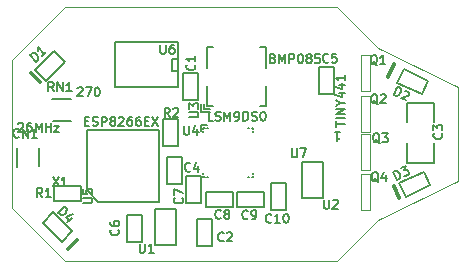
<source format=gto>
G04 (created by PCBNEW (2013-jul-07)-stable) date Fri 06 Feb 2015 01:54:20 AM EST*
%MOIN*%
G04 Gerber Fmt 3.4, Leading zero omitted, Abs format*
%FSLAX34Y34*%
G01*
G70*
G90*
G04 APERTURE LIST*
%ADD10C,0.00590551*%
%ADD11C,0.00393701*%
%ADD12C,0.011811*%
%ADD13C,0.0075*%
%ADD14C,0.0047*%
%ADD15C,0.005*%
%ADD16C,0.006*%
G04 APERTURE END LIST*
G54D10*
G54D11*
X55118Y-14960D02*
X46062Y-14960D01*
X55118Y-23425D02*
X46062Y-23425D01*
X46062Y-23425D02*
X44291Y-21653D01*
X44291Y-16732D02*
X46062Y-14960D01*
G54D12*
X46162Y-23038D02*
X46481Y-22719D01*
X45247Y-17471D02*
X44929Y-17153D01*
X57030Y-16872D02*
X56840Y-17279D01*
X57024Y-20925D02*
X57214Y-21332D01*
G54D13*
X55054Y-19117D02*
X55225Y-19117D01*
X55140Y-19117D02*
X55140Y-19417D01*
X55168Y-19374D01*
X55197Y-19346D01*
X55225Y-19331D01*
G54D11*
X59153Y-20767D02*
X56496Y-22047D01*
X59153Y-17618D02*
X59153Y-20767D01*
X56496Y-16338D02*
X59153Y-17618D01*
X44291Y-16732D02*
X44291Y-21653D01*
X55118Y-14960D02*
X56496Y-16338D01*
X55118Y-23425D02*
X56496Y-22047D01*
G54D10*
X52331Y-20515D02*
X52331Y-20475D01*
X52213Y-20633D02*
X52174Y-20633D01*
X50796Y-20633D02*
X50835Y-20633D01*
X50678Y-20515D02*
X50678Y-20475D01*
X50678Y-19097D02*
X50678Y-19137D01*
X50796Y-18979D02*
X50835Y-18979D01*
X52213Y-18979D02*
X52174Y-18979D01*
X52331Y-19097D02*
X52331Y-19137D01*
X50796Y-18900D02*
X50599Y-18900D01*
X50599Y-18900D02*
X50599Y-19097D01*
X50717Y-20633D02*
X50678Y-20633D01*
X50678Y-20633D02*
X50678Y-20593D01*
X52331Y-20593D02*
X52331Y-20633D01*
X52331Y-20633D02*
X52292Y-20633D01*
X52292Y-18979D02*
X52331Y-18979D01*
X52331Y-18979D02*
X52331Y-19018D01*
X50678Y-19018D02*
X50678Y-18979D01*
X50678Y-18979D02*
X50717Y-18979D01*
G54D14*
X55930Y-19120D02*
X55930Y-17920D01*
X55930Y-17920D02*
X56230Y-17920D01*
X56230Y-17920D02*
X56230Y-19120D01*
X56230Y-19120D02*
X55930Y-19120D01*
X55934Y-17768D02*
X55934Y-16568D01*
X55934Y-16568D02*
X56234Y-16568D01*
X56234Y-16568D02*
X56234Y-17768D01*
X56234Y-17768D02*
X55934Y-17768D01*
X55920Y-20400D02*
X55920Y-19200D01*
X55920Y-19200D02*
X56220Y-19200D01*
X56220Y-19200D02*
X56220Y-20400D01*
X56220Y-20400D02*
X55920Y-20400D01*
X55920Y-21720D02*
X55920Y-20520D01*
X55920Y-20520D02*
X56220Y-20520D01*
X56220Y-20520D02*
X56220Y-21720D01*
X56220Y-21720D02*
X55920Y-21720D01*
G54D15*
X53949Y-20116D02*
X54649Y-20116D01*
X54649Y-20116D02*
X54649Y-21316D01*
X54649Y-21316D02*
X53949Y-21316D01*
X53949Y-21316D02*
X53949Y-20116D01*
X49065Y-21693D02*
X49765Y-21693D01*
X49765Y-21693D02*
X49765Y-22893D01*
X49765Y-22893D02*
X49065Y-22893D01*
X49065Y-22893D02*
X49065Y-21693D01*
X49840Y-16177D02*
X49840Y-16127D01*
X49840Y-16127D02*
X47740Y-16127D01*
X47740Y-17627D02*
X49840Y-17627D01*
X49840Y-17627D02*
X49840Y-16177D01*
X49840Y-17077D02*
X49640Y-17077D01*
X49640Y-17077D02*
X49640Y-16677D01*
X49640Y-16677D02*
X49840Y-16677D01*
X47740Y-17627D02*
X47740Y-16127D01*
X57470Y-20150D02*
X58370Y-20150D01*
X58370Y-20150D02*
X58370Y-19500D01*
X57470Y-18800D02*
X57470Y-18150D01*
X57470Y-18150D02*
X58370Y-18150D01*
X58370Y-18150D02*
X58370Y-18800D01*
X57470Y-19500D02*
X57470Y-20150D01*
X51661Y-21621D02*
X50761Y-21621D01*
X50761Y-21621D02*
X50761Y-21121D01*
X50761Y-21121D02*
X51661Y-21121D01*
X51661Y-21121D02*
X51661Y-21621D01*
X53441Y-20814D02*
X53441Y-21714D01*
X53441Y-21714D02*
X52941Y-21714D01*
X52941Y-21714D02*
X52941Y-20814D01*
X52941Y-20814D02*
X53441Y-20814D01*
X50100Y-21500D02*
X50100Y-20600D01*
X50100Y-20600D02*
X50600Y-20600D01*
X50600Y-20600D02*
X50600Y-21500D01*
X50600Y-21500D02*
X50100Y-21500D01*
X50012Y-18050D02*
X50012Y-17150D01*
X50012Y-17150D02*
X50512Y-17150D01*
X50512Y-17150D02*
X50512Y-18050D01*
X50512Y-18050D02*
X50012Y-18050D01*
X55018Y-16959D02*
X55018Y-17859D01*
X55018Y-17859D02*
X54518Y-17859D01*
X54518Y-17859D02*
X54518Y-16959D01*
X54518Y-16959D02*
X55018Y-16959D01*
X52709Y-21610D02*
X51809Y-21610D01*
X51809Y-21610D02*
X51809Y-21110D01*
X51809Y-21110D02*
X52709Y-21110D01*
X52709Y-21110D02*
X52709Y-21610D01*
X49457Y-20868D02*
X49457Y-19968D01*
X49457Y-19968D02*
X49957Y-19968D01*
X49957Y-19968D02*
X49957Y-20868D01*
X49957Y-20868D02*
X49457Y-20868D01*
X50456Y-22919D02*
X50456Y-22019D01*
X50456Y-22019D02*
X50956Y-22019D01*
X50956Y-22019D02*
X50956Y-22919D01*
X50956Y-22919D02*
X50456Y-22919D01*
G54D16*
X46784Y-21069D02*
X46784Y-19419D01*
X46784Y-19419D02*
X46784Y-19044D01*
X46784Y-19044D02*
X49184Y-19044D01*
X49184Y-19044D02*
X49184Y-21444D01*
X49184Y-21444D02*
X47159Y-21444D01*
X47159Y-21444D02*
X46784Y-21069D01*
G54D10*
X44468Y-19649D02*
X44468Y-20278D01*
X45201Y-20271D02*
X45201Y-19641D01*
X50698Y-18175D02*
X50698Y-18372D01*
X50698Y-18372D02*
X50895Y-18372D01*
X50895Y-18471D02*
X50600Y-18471D01*
X50600Y-18471D02*
X50600Y-18175D01*
X50994Y-16305D02*
X50797Y-16305D01*
X50797Y-16305D02*
X50797Y-16994D01*
X52765Y-16994D02*
X52765Y-16305D01*
X52765Y-16305D02*
X52569Y-16305D01*
X52569Y-18274D02*
X52765Y-18274D01*
X52765Y-18274D02*
X52765Y-17585D01*
X50797Y-18274D02*
X50994Y-18274D01*
X50797Y-18274D02*
X50797Y-17585D01*
G54D15*
X48630Y-21880D02*
X48630Y-22780D01*
X48630Y-22780D02*
X48130Y-22780D01*
X48130Y-22780D02*
X48130Y-21880D01*
X48130Y-21880D02*
X48630Y-21880D01*
X46054Y-16779D02*
X45417Y-17416D01*
X45417Y-17416D02*
X45064Y-17062D01*
X45064Y-17062D02*
X45700Y-16426D01*
X45700Y-16426D02*
X46054Y-16779D01*
X57962Y-17866D02*
X57146Y-17486D01*
X57146Y-17486D02*
X57357Y-17033D01*
X57357Y-17033D02*
X58173Y-17413D01*
X58173Y-17413D02*
X57962Y-17866D01*
X58233Y-20906D02*
X57417Y-21286D01*
X57417Y-21286D02*
X57206Y-20833D01*
X57206Y-20833D02*
X58022Y-20453D01*
X58022Y-20453D02*
X58233Y-20906D01*
X45673Y-21792D02*
X46309Y-22428D01*
X46309Y-22428D02*
X45956Y-22782D01*
X45956Y-22782D02*
X45319Y-22145D01*
X45319Y-22145D02*
X45673Y-21792D01*
X45702Y-20916D02*
X46602Y-20916D01*
X46602Y-20916D02*
X46602Y-21416D01*
X46602Y-21416D02*
X45702Y-21416D01*
X45702Y-21416D02*
X45702Y-20916D01*
X49337Y-19595D02*
X49337Y-18695D01*
X49337Y-18695D02*
X49837Y-18695D01*
X49837Y-18695D02*
X49837Y-19595D01*
X49837Y-19595D02*
X49337Y-19595D01*
G54D10*
X45649Y-18771D02*
X46279Y-18771D01*
X46271Y-18039D02*
X45641Y-18039D01*
G54D16*
X50032Y-18908D02*
X50032Y-19151D01*
X50047Y-19180D01*
X50061Y-19194D01*
X50089Y-19208D01*
X50147Y-19208D01*
X50175Y-19194D01*
X50189Y-19180D01*
X50204Y-19151D01*
X50204Y-18908D01*
X50475Y-19008D02*
X50475Y-19208D01*
X50404Y-18894D02*
X50332Y-19108D01*
X50518Y-19108D01*
X50993Y-18748D02*
X50850Y-18748D01*
X50850Y-18448D01*
X51078Y-18734D02*
X51121Y-18748D01*
X51193Y-18748D01*
X51221Y-18734D01*
X51235Y-18719D01*
X51250Y-18691D01*
X51250Y-18662D01*
X51235Y-18634D01*
X51221Y-18619D01*
X51193Y-18605D01*
X51135Y-18591D01*
X51107Y-18577D01*
X51093Y-18562D01*
X51078Y-18534D01*
X51078Y-18505D01*
X51093Y-18477D01*
X51107Y-18462D01*
X51135Y-18448D01*
X51207Y-18448D01*
X51250Y-18462D01*
X51378Y-18748D02*
X51378Y-18448D01*
X51478Y-18662D01*
X51578Y-18448D01*
X51578Y-18748D01*
X51735Y-18748D02*
X51793Y-18748D01*
X51821Y-18734D01*
X51835Y-18719D01*
X51864Y-18677D01*
X51878Y-18619D01*
X51878Y-18505D01*
X51864Y-18477D01*
X51850Y-18462D01*
X51821Y-18448D01*
X51764Y-18448D01*
X51735Y-18462D01*
X51721Y-18477D01*
X51707Y-18505D01*
X51707Y-18577D01*
X51721Y-18605D01*
X51735Y-18619D01*
X51764Y-18634D01*
X51821Y-18634D01*
X51850Y-18619D01*
X51864Y-18605D01*
X51878Y-18577D01*
X52007Y-18748D02*
X52007Y-18448D01*
X52078Y-18448D01*
X52121Y-18462D01*
X52150Y-18491D01*
X52164Y-18519D01*
X52178Y-18577D01*
X52178Y-18619D01*
X52164Y-18677D01*
X52150Y-18705D01*
X52121Y-18734D01*
X52078Y-18748D01*
X52007Y-18748D01*
X52293Y-18734D02*
X52335Y-18748D01*
X52407Y-18748D01*
X52435Y-18734D01*
X52450Y-18719D01*
X52464Y-18691D01*
X52464Y-18662D01*
X52450Y-18634D01*
X52435Y-18619D01*
X52407Y-18605D01*
X52350Y-18591D01*
X52321Y-18577D01*
X52307Y-18562D01*
X52293Y-18534D01*
X52293Y-18505D01*
X52307Y-18477D01*
X52321Y-18462D01*
X52350Y-18448D01*
X52421Y-18448D01*
X52464Y-18462D01*
X52650Y-18448D02*
X52678Y-18448D01*
X52707Y-18462D01*
X52721Y-18477D01*
X52735Y-18505D01*
X52750Y-18562D01*
X52750Y-18634D01*
X52735Y-18691D01*
X52721Y-18719D01*
X52707Y-18734D01*
X52678Y-18748D01*
X52650Y-18748D01*
X52621Y-18734D01*
X52607Y-18719D01*
X52593Y-18691D01*
X52578Y-18634D01*
X52578Y-18562D01*
X52593Y-18505D01*
X52607Y-18477D01*
X52621Y-18462D01*
X52650Y-18448D01*
X45649Y-20625D02*
X45849Y-20925D01*
X45849Y-20625D02*
X45649Y-20925D01*
X46120Y-20925D02*
X45949Y-20925D01*
X46034Y-20925D02*
X46034Y-20625D01*
X46006Y-20668D01*
X45977Y-20696D01*
X45949Y-20711D01*
X44498Y-18846D02*
X44512Y-18831D01*
X44541Y-18817D01*
X44612Y-18817D01*
X44641Y-18831D01*
X44655Y-18846D01*
X44670Y-18874D01*
X44670Y-18903D01*
X44655Y-18946D01*
X44484Y-19117D01*
X44670Y-19117D01*
X44927Y-18817D02*
X44870Y-18817D01*
X44841Y-18831D01*
X44827Y-18846D01*
X44798Y-18888D01*
X44784Y-18946D01*
X44784Y-19060D01*
X44798Y-19088D01*
X44812Y-19103D01*
X44841Y-19117D01*
X44898Y-19117D01*
X44927Y-19103D01*
X44941Y-19088D01*
X44955Y-19060D01*
X44955Y-18988D01*
X44941Y-18960D01*
X44927Y-18946D01*
X44898Y-18931D01*
X44841Y-18931D01*
X44812Y-18946D01*
X44798Y-18960D01*
X44784Y-18988D01*
X45084Y-19117D02*
X45084Y-18817D01*
X45184Y-19031D01*
X45284Y-18817D01*
X45284Y-19117D01*
X45427Y-19117D02*
X45427Y-18817D01*
X45427Y-18960D02*
X45598Y-18960D01*
X45598Y-19117D02*
X45598Y-18817D01*
X45712Y-18917D02*
X45870Y-18917D01*
X45712Y-19117D01*
X45870Y-19117D01*
X56491Y-18200D02*
X56462Y-18185D01*
X56434Y-18157D01*
X56391Y-18114D01*
X56362Y-18100D01*
X56334Y-18100D01*
X56348Y-18171D02*
X56320Y-18157D01*
X56291Y-18128D01*
X56277Y-18071D01*
X56277Y-17971D01*
X56291Y-17914D01*
X56320Y-17885D01*
X56348Y-17871D01*
X56405Y-17871D01*
X56434Y-17885D01*
X56462Y-17914D01*
X56477Y-17971D01*
X56477Y-18071D01*
X56462Y-18128D01*
X56434Y-18157D01*
X56405Y-18171D01*
X56348Y-18171D01*
X56591Y-17900D02*
X56605Y-17885D01*
X56634Y-17871D01*
X56705Y-17871D01*
X56734Y-17885D01*
X56748Y-17900D01*
X56762Y-17928D01*
X56762Y-17957D01*
X56748Y-18000D01*
X56577Y-18171D01*
X56762Y-18171D01*
X56476Y-16890D02*
X56447Y-16875D01*
X56419Y-16847D01*
X56376Y-16804D01*
X56347Y-16790D01*
X56319Y-16790D01*
X56333Y-16861D02*
X56305Y-16847D01*
X56276Y-16818D01*
X56262Y-16761D01*
X56262Y-16661D01*
X56276Y-16604D01*
X56305Y-16575D01*
X56333Y-16561D01*
X56390Y-16561D01*
X56419Y-16575D01*
X56447Y-16604D01*
X56462Y-16661D01*
X56462Y-16761D01*
X56447Y-16818D01*
X56419Y-16847D01*
X56390Y-16861D01*
X56333Y-16861D01*
X56747Y-16861D02*
X56576Y-16861D01*
X56662Y-16861D02*
X56662Y-16561D01*
X56633Y-16604D01*
X56605Y-16632D01*
X56576Y-16647D01*
X56551Y-19500D02*
X56522Y-19485D01*
X56494Y-19457D01*
X56451Y-19414D01*
X56422Y-19400D01*
X56394Y-19400D01*
X56408Y-19471D02*
X56380Y-19457D01*
X56351Y-19428D01*
X56337Y-19371D01*
X56337Y-19271D01*
X56351Y-19214D01*
X56380Y-19185D01*
X56408Y-19171D01*
X56465Y-19171D01*
X56494Y-19185D01*
X56522Y-19214D01*
X56537Y-19271D01*
X56537Y-19371D01*
X56522Y-19428D01*
X56494Y-19457D01*
X56465Y-19471D01*
X56408Y-19471D01*
X56637Y-19171D02*
X56822Y-19171D01*
X56722Y-19285D01*
X56765Y-19285D01*
X56794Y-19300D01*
X56808Y-19314D01*
X56822Y-19342D01*
X56822Y-19414D01*
X56808Y-19442D01*
X56794Y-19457D01*
X56765Y-19471D01*
X56680Y-19471D01*
X56651Y-19457D01*
X56637Y-19442D01*
X56511Y-20790D02*
X56482Y-20775D01*
X56454Y-20747D01*
X56411Y-20704D01*
X56382Y-20690D01*
X56354Y-20690D01*
X56368Y-20761D02*
X56340Y-20747D01*
X56311Y-20718D01*
X56297Y-20661D01*
X56297Y-20561D01*
X56311Y-20504D01*
X56340Y-20475D01*
X56368Y-20461D01*
X56425Y-20461D01*
X56454Y-20475D01*
X56482Y-20504D01*
X56497Y-20561D01*
X56497Y-20661D01*
X56482Y-20718D01*
X56454Y-20747D01*
X56425Y-20761D01*
X56368Y-20761D01*
X56754Y-20561D02*
X56754Y-20761D01*
X56682Y-20447D02*
X56611Y-20661D01*
X56797Y-20661D01*
X54692Y-21376D02*
X54692Y-21619D01*
X54706Y-21647D01*
X54721Y-21662D01*
X54749Y-21676D01*
X54806Y-21676D01*
X54835Y-21662D01*
X54849Y-21647D01*
X54864Y-21619D01*
X54864Y-21376D01*
X54992Y-21405D02*
X55006Y-21390D01*
X55035Y-21376D01*
X55106Y-21376D01*
X55135Y-21390D01*
X55149Y-21405D01*
X55164Y-21433D01*
X55164Y-21462D01*
X55149Y-21505D01*
X54978Y-21676D01*
X55164Y-21676D01*
X48551Y-22851D02*
X48551Y-23094D01*
X48565Y-23122D01*
X48580Y-23137D01*
X48608Y-23151D01*
X48665Y-23151D01*
X48694Y-23137D01*
X48708Y-23122D01*
X48722Y-23094D01*
X48722Y-22851D01*
X49022Y-23151D02*
X48851Y-23151D01*
X48937Y-23151D02*
X48937Y-22851D01*
X48908Y-22894D01*
X48880Y-22922D01*
X48851Y-22937D01*
X49247Y-16216D02*
X49247Y-16459D01*
X49261Y-16488D01*
X49275Y-16502D01*
X49304Y-16516D01*
X49361Y-16516D01*
X49390Y-16502D01*
X49404Y-16488D01*
X49418Y-16459D01*
X49418Y-16216D01*
X49690Y-16216D02*
X49633Y-16216D01*
X49604Y-16230D01*
X49590Y-16245D01*
X49561Y-16288D01*
X49547Y-16345D01*
X49547Y-16459D01*
X49561Y-16488D01*
X49575Y-16502D01*
X49604Y-16516D01*
X49661Y-16516D01*
X49690Y-16502D01*
X49704Y-16488D01*
X49718Y-16459D01*
X49718Y-16388D01*
X49704Y-16359D01*
X49690Y-16345D01*
X49661Y-16330D01*
X49604Y-16330D01*
X49575Y-16345D01*
X49561Y-16359D01*
X49547Y-16388D01*
X58617Y-19172D02*
X58631Y-19186D01*
X58645Y-19229D01*
X58645Y-19257D01*
X58631Y-19300D01*
X58602Y-19329D01*
X58574Y-19343D01*
X58517Y-19357D01*
X58474Y-19357D01*
X58417Y-19343D01*
X58388Y-19329D01*
X58360Y-19300D01*
X58345Y-19257D01*
X58345Y-19229D01*
X58360Y-19186D01*
X58374Y-19172D01*
X58345Y-19072D02*
X58345Y-18886D01*
X58460Y-18986D01*
X58460Y-18943D01*
X58474Y-18914D01*
X58488Y-18900D01*
X58517Y-18886D01*
X58588Y-18886D01*
X58617Y-18900D01*
X58631Y-18914D01*
X58645Y-18943D01*
X58645Y-19029D01*
X58631Y-19057D01*
X58617Y-19072D01*
X51260Y-21992D02*
X51245Y-22007D01*
X51202Y-22021D01*
X51174Y-22021D01*
X51131Y-22007D01*
X51102Y-21978D01*
X51088Y-21950D01*
X51074Y-21892D01*
X51074Y-21850D01*
X51088Y-21792D01*
X51102Y-21764D01*
X51131Y-21735D01*
X51174Y-21721D01*
X51202Y-21721D01*
X51245Y-21735D01*
X51260Y-21750D01*
X51431Y-21850D02*
X51402Y-21835D01*
X51388Y-21821D01*
X51374Y-21792D01*
X51374Y-21778D01*
X51388Y-21750D01*
X51402Y-21735D01*
X51431Y-21721D01*
X51488Y-21721D01*
X51517Y-21735D01*
X51531Y-21750D01*
X51545Y-21778D01*
X51545Y-21792D01*
X51531Y-21821D01*
X51517Y-21835D01*
X51488Y-21850D01*
X51431Y-21850D01*
X51402Y-21864D01*
X51388Y-21878D01*
X51374Y-21907D01*
X51374Y-21964D01*
X51388Y-21992D01*
X51402Y-22007D01*
X51431Y-22021D01*
X51488Y-22021D01*
X51517Y-22007D01*
X51531Y-21992D01*
X51545Y-21964D01*
X51545Y-21907D01*
X51531Y-21878D01*
X51517Y-21864D01*
X51488Y-21850D01*
X52947Y-22122D02*
X52932Y-22137D01*
X52890Y-22151D01*
X52861Y-22151D01*
X52818Y-22137D01*
X52790Y-22108D01*
X52775Y-22080D01*
X52761Y-22022D01*
X52761Y-21980D01*
X52775Y-21922D01*
X52790Y-21894D01*
X52818Y-21865D01*
X52861Y-21851D01*
X52890Y-21851D01*
X52932Y-21865D01*
X52947Y-21880D01*
X53232Y-22151D02*
X53061Y-22151D01*
X53147Y-22151D02*
X53147Y-21851D01*
X53118Y-21894D01*
X53090Y-21922D01*
X53061Y-21937D01*
X53418Y-21851D02*
X53447Y-21851D01*
X53475Y-21865D01*
X53490Y-21880D01*
X53504Y-21908D01*
X53518Y-21965D01*
X53518Y-22037D01*
X53504Y-22094D01*
X53490Y-22122D01*
X53475Y-22137D01*
X53447Y-22151D01*
X53418Y-22151D01*
X53390Y-22137D01*
X53375Y-22122D01*
X53361Y-22094D01*
X53347Y-22037D01*
X53347Y-21965D01*
X53361Y-21908D01*
X53375Y-21880D01*
X53390Y-21865D01*
X53418Y-21851D01*
X49972Y-21320D02*
X49987Y-21334D01*
X50001Y-21377D01*
X50001Y-21405D01*
X49987Y-21448D01*
X49958Y-21477D01*
X49930Y-21491D01*
X49872Y-21505D01*
X49830Y-21505D01*
X49772Y-21491D01*
X49744Y-21477D01*
X49715Y-21448D01*
X49701Y-21405D01*
X49701Y-21377D01*
X49715Y-21334D01*
X49730Y-21320D01*
X49701Y-21220D02*
X49701Y-21020D01*
X50001Y-21148D01*
X50384Y-16882D02*
X50399Y-16897D01*
X50413Y-16939D01*
X50413Y-16968D01*
X50399Y-17011D01*
X50370Y-17039D01*
X50341Y-17054D01*
X50284Y-17068D01*
X50241Y-17068D01*
X50184Y-17054D01*
X50156Y-17039D01*
X50127Y-17011D01*
X50113Y-16968D01*
X50113Y-16939D01*
X50127Y-16897D01*
X50141Y-16882D01*
X50413Y-16597D02*
X50413Y-16768D01*
X50413Y-16682D02*
X50113Y-16682D01*
X50156Y-16711D01*
X50184Y-16739D01*
X50199Y-16768D01*
X54840Y-16782D02*
X54825Y-16797D01*
X54782Y-16811D01*
X54754Y-16811D01*
X54711Y-16797D01*
X54682Y-16768D01*
X54668Y-16740D01*
X54654Y-16682D01*
X54654Y-16640D01*
X54668Y-16582D01*
X54682Y-16554D01*
X54711Y-16525D01*
X54754Y-16511D01*
X54782Y-16511D01*
X54825Y-16525D01*
X54840Y-16540D01*
X55111Y-16511D02*
X54968Y-16511D01*
X54954Y-16654D01*
X54968Y-16640D01*
X54997Y-16625D01*
X55068Y-16625D01*
X55097Y-16640D01*
X55111Y-16654D01*
X55125Y-16682D01*
X55125Y-16754D01*
X55111Y-16782D01*
X55097Y-16797D01*
X55068Y-16811D01*
X54997Y-16811D01*
X54968Y-16797D01*
X54954Y-16782D01*
X52160Y-22002D02*
X52145Y-22017D01*
X52102Y-22031D01*
X52074Y-22031D01*
X52031Y-22017D01*
X52002Y-21988D01*
X51988Y-21960D01*
X51974Y-21902D01*
X51974Y-21860D01*
X51988Y-21802D01*
X52002Y-21774D01*
X52031Y-21745D01*
X52074Y-21731D01*
X52102Y-21731D01*
X52145Y-21745D01*
X52160Y-21760D01*
X52302Y-22031D02*
X52360Y-22031D01*
X52388Y-22017D01*
X52402Y-22002D01*
X52431Y-21960D01*
X52445Y-21902D01*
X52445Y-21788D01*
X52431Y-21760D01*
X52417Y-21745D01*
X52388Y-21731D01*
X52331Y-21731D01*
X52302Y-21745D01*
X52288Y-21760D01*
X52274Y-21788D01*
X52274Y-21860D01*
X52288Y-21888D01*
X52302Y-21902D01*
X52331Y-21917D01*
X52388Y-21917D01*
X52417Y-21902D01*
X52431Y-21888D01*
X52445Y-21860D01*
X50240Y-20412D02*
X50225Y-20427D01*
X50182Y-20441D01*
X50154Y-20441D01*
X50111Y-20427D01*
X50082Y-20398D01*
X50068Y-20370D01*
X50054Y-20312D01*
X50054Y-20270D01*
X50068Y-20212D01*
X50082Y-20184D01*
X50111Y-20155D01*
X50154Y-20141D01*
X50182Y-20141D01*
X50225Y-20155D01*
X50240Y-20170D01*
X50497Y-20241D02*
X50497Y-20441D01*
X50425Y-20127D02*
X50354Y-20341D01*
X50540Y-20341D01*
X51350Y-22742D02*
X51335Y-22757D01*
X51292Y-22771D01*
X51264Y-22771D01*
X51221Y-22757D01*
X51192Y-22728D01*
X51178Y-22700D01*
X51164Y-22642D01*
X51164Y-22600D01*
X51178Y-22542D01*
X51192Y-22514D01*
X51221Y-22485D01*
X51264Y-22471D01*
X51292Y-22471D01*
X51335Y-22485D01*
X51350Y-22500D01*
X51464Y-22500D02*
X51478Y-22485D01*
X51507Y-22471D01*
X51578Y-22471D01*
X51607Y-22485D01*
X51621Y-22500D01*
X51635Y-22528D01*
X51635Y-22557D01*
X51621Y-22600D01*
X51450Y-22771D01*
X51635Y-22771D01*
X46665Y-21494D02*
X46908Y-21494D01*
X46936Y-21480D01*
X46951Y-21466D01*
X46965Y-21437D01*
X46965Y-21380D01*
X46951Y-21351D01*
X46936Y-21337D01*
X46908Y-21323D01*
X46665Y-21323D01*
X46665Y-21037D02*
X46665Y-21180D01*
X46808Y-21194D01*
X46794Y-21180D01*
X46779Y-21151D01*
X46779Y-21080D01*
X46794Y-21051D01*
X46808Y-21037D01*
X46836Y-21023D01*
X46908Y-21023D01*
X46936Y-21037D01*
X46951Y-21051D01*
X46965Y-21080D01*
X46965Y-21151D01*
X46951Y-21180D01*
X46936Y-21194D01*
X46725Y-18763D02*
X46825Y-18763D01*
X46868Y-18920D02*
X46725Y-18920D01*
X46725Y-18620D01*
X46868Y-18620D01*
X46983Y-18906D02*
X47025Y-18920D01*
X47097Y-18920D01*
X47125Y-18906D01*
X47140Y-18892D01*
X47154Y-18863D01*
X47154Y-18834D01*
X47140Y-18806D01*
X47125Y-18792D01*
X47097Y-18777D01*
X47040Y-18763D01*
X47011Y-18749D01*
X46997Y-18734D01*
X46983Y-18706D01*
X46983Y-18677D01*
X46997Y-18649D01*
X47011Y-18634D01*
X47040Y-18620D01*
X47111Y-18620D01*
X47154Y-18634D01*
X47283Y-18920D02*
X47283Y-18620D01*
X47397Y-18620D01*
X47425Y-18634D01*
X47440Y-18649D01*
X47454Y-18677D01*
X47454Y-18720D01*
X47440Y-18749D01*
X47425Y-18763D01*
X47397Y-18777D01*
X47283Y-18777D01*
X47625Y-18749D02*
X47597Y-18734D01*
X47583Y-18720D01*
X47568Y-18692D01*
X47568Y-18677D01*
X47583Y-18649D01*
X47597Y-18634D01*
X47625Y-18620D01*
X47683Y-18620D01*
X47711Y-18634D01*
X47725Y-18649D01*
X47740Y-18677D01*
X47740Y-18692D01*
X47725Y-18720D01*
X47711Y-18734D01*
X47683Y-18749D01*
X47625Y-18749D01*
X47597Y-18763D01*
X47583Y-18777D01*
X47568Y-18806D01*
X47568Y-18863D01*
X47583Y-18892D01*
X47597Y-18906D01*
X47625Y-18920D01*
X47683Y-18920D01*
X47711Y-18906D01*
X47725Y-18892D01*
X47740Y-18863D01*
X47740Y-18806D01*
X47725Y-18777D01*
X47711Y-18763D01*
X47683Y-18749D01*
X47854Y-18649D02*
X47868Y-18634D01*
X47897Y-18620D01*
X47968Y-18620D01*
X47997Y-18634D01*
X48011Y-18649D01*
X48025Y-18677D01*
X48025Y-18706D01*
X48011Y-18749D01*
X47840Y-18920D01*
X48025Y-18920D01*
X48283Y-18620D02*
X48225Y-18620D01*
X48197Y-18634D01*
X48183Y-18649D01*
X48154Y-18692D01*
X48140Y-18749D01*
X48140Y-18863D01*
X48154Y-18892D01*
X48168Y-18906D01*
X48197Y-18920D01*
X48254Y-18920D01*
X48283Y-18906D01*
X48297Y-18892D01*
X48311Y-18863D01*
X48311Y-18792D01*
X48297Y-18763D01*
X48283Y-18749D01*
X48254Y-18734D01*
X48197Y-18734D01*
X48168Y-18749D01*
X48154Y-18763D01*
X48140Y-18792D01*
X48568Y-18620D02*
X48511Y-18620D01*
X48483Y-18634D01*
X48468Y-18649D01*
X48440Y-18692D01*
X48425Y-18749D01*
X48425Y-18863D01*
X48440Y-18892D01*
X48454Y-18906D01*
X48483Y-18920D01*
X48540Y-18920D01*
X48568Y-18906D01*
X48583Y-18892D01*
X48597Y-18863D01*
X48597Y-18792D01*
X48583Y-18763D01*
X48568Y-18749D01*
X48540Y-18734D01*
X48483Y-18734D01*
X48454Y-18749D01*
X48440Y-18763D01*
X48425Y-18792D01*
X48725Y-18763D02*
X48825Y-18763D01*
X48868Y-18920D02*
X48725Y-18920D01*
X48725Y-18620D01*
X48868Y-18620D01*
X48968Y-18620D02*
X49168Y-18920D01*
X49168Y-18620D02*
X48968Y-18920D01*
X44533Y-19281D02*
X44518Y-19295D01*
X44475Y-19310D01*
X44447Y-19310D01*
X44404Y-19295D01*
X44375Y-19267D01*
X44361Y-19238D01*
X44347Y-19181D01*
X44347Y-19138D01*
X44361Y-19081D01*
X44375Y-19053D01*
X44404Y-19024D01*
X44447Y-19010D01*
X44475Y-19010D01*
X44518Y-19024D01*
X44533Y-19038D01*
X44661Y-19310D02*
X44661Y-19010D01*
X44833Y-19310D01*
X44833Y-19010D01*
X45133Y-19310D02*
X44961Y-19310D01*
X45047Y-19310D02*
X45047Y-19010D01*
X45018Y-19053D01*
X44990Y-19081D01*
X44961Y-19095D01*
X50211Y-18638D02*
X50454Y-18638D01*
X50482Y-18624D01*
X50497Y-18610D01*
X50511Y-18581D01*
X50511Y-18524D01*
X50497Y-18495D01*
X50482Y-18481D01*
X50454Y-18467D01*
X50211Y-18467D01*
X50211Y-18352D02*
X50211Y-18167D01*
X50325Y-18267D01*
X50325Y-18224D01*
X50340Y-18195D01*
X50354Y-18181D01*
X50382Y-18167D01*
X50454Y-18167D01*
X50482Y-18181D01*
X50497Y-18195D01*
X50511Y-18224D01*
X50511Y-18310D01*
X50497Y-18338D01*
X50482Y-18352D01*
X52996Y-16673D02*
X53039Y-16687D01*
X53053Y-16701D01*
X53067Y-16730D01*
X53067Y-16773D01*
X53053Y-16801D01*
X53039Y-16816D01*
X53010Y-16830D01*
X52896Y-16830D01*
X52896Y-16530D01*
X52996Y-16530D01*
X53025Y-16544D01*
X53039Y-16559D01*
X53053Y-16587D01*
X53053Y-16616D01*
X53039Y-16644D01*
X53025Y-16659D01*
X52996Y-16673D01*
X52896Y-16673D01*
X53196Y-16830D02*
X53196Y-16530D01*
X53296Y-16744D01*
X53396Y-16530D01*
X53396Y-16830D01*
X53539Y-16830D02*
X53539Y-16530D01*
X53653Y-16530D01*
X53682Y-16544D01*
X53696Y-16559D01*
X53710Y-16587D01*
X53710Y-16630D01*
X53696Y-16659D01*
X53682Y-16673D01*
X53653Y-16687D01*
X53539Y-16687D01*
X53896Y-16530D02*
X53925Y-16530D01*
X53953Y-16544D01*
X53967Y-16559D01*
X53982Y-16587D01*
X53996Y-16644D01*
X53996Y-16716D01*
X53982Y-16773D01*
X53967Y-16801D01*
X53953Y-16816D01*
X53925Y-16830D01*
X53896Y-16830D01*
X53867Y-16816D01*
X53853Y-16801D01*
X53839Y-16773D01*
X53825Y-16716D01*
X53825Y-16644D01*
X53839Y-16587D01*
X53853Y-16559D01*
X53867Y-16544D01*
X53896Y-16530D01*
X54167Y-16659D02*
X54139Y-16644D01*
X54125Y-16630D01*
X54110Y-16601D01*
X54110Y-16587D01*
X54125Y-16559D01*
X54139Y-16544D01*
X54167Y-16530D01*
X54225Y-16530D01*
X54253Y-16544D01*
X54267Y-16559D01*
X54282Y-16587D01*
X54282Y-16601D01*
X54267Y-16630D01*
X54253Y-16644D01*
X54225Y-16659D01*
X54167Y-16659D01*
X54139Y-16673D01*
X54125Y-16687D01*
X54110Y-16716D01*
X54110Y-16773D01*
X54125Y-16801D01*
X54139Y-16816D01*
X54167Y-16830D01*
X54225Y-16830D01*
X54253Y-16816D01*
X54267Y-16801D01*
X54282Y-16773D01*
X54282Y-16716D01*
X54267Y-16687D01*
X54253Y-16673D01*
X54225Y-16659D01*
X54553Y-16530D02*
X54410Y-16530D01*
X54396Y-16673D01*
X54410Y-16659D01*
X54439Y-16644D01*
X54510Y-16644D01*
X54539Y-16659D01*
X54553Y-16673D01*
X54567Y-16701D01*
X54567Y-16773D01*
X54553Y-16801D01*
X54539Y-16816D01*
X54510Y-16830D01*
X54439Y-16830D01*
X54410Y-16816D01*
X54396Y-16801D01*
X47843Y-22379D02*
X47858Y-22393D01*
X47872Y-22436D01*
X47872Y-22464D01*
X47858Y-22507D01*
X47829Y-22536D01*
X47801Y-22550D01*
X47743Y-22564D01*
X47701Y-22564D01*
X47643Y-22550D01*
X47615Y-22536D01*
X47586Y-22507D01*
X47572Y-22464D01*
X47572Y-22436D01*
X47586Y-22393D01*
X47601Y-22379D01*
X47572Y-22121D02*
X47572Y-22179D01*
X47586Y-22207D01*
X47601Y-22221D01*
X47643Y-22250D01*
X47701Y-22264D01*
X47815Y-22264D01*
X47843Y-22250D01*
X47858Y-22236D01*
X47872Y-22207D01*
X47872Y-22150D01*
X47858Y-22121D01*
X47843Y-22107D01*
X47815Y-22093D01*
X47743Y-22093D01*
X47715Y-22107D01*
X47701Y-22121D01*
X47686Y-22150D01*
X47686Y-22207D01*
X47701Y-22236D01*
X47715Y-22250D01*
X47743Y-22264D01*
X45106Y-16777D02*
X44894Y-16565D01*
X44944Y-16515D01*
X44985Y-16495D01*
X45025Y-16495D01*
X45055Y-16505D01*
X45106Y-16535D01*
X45136Y-16565D01*
X45167Y-16616D01*
X45177Y-16646D01*
X45177Y-16686D01*
X45156Y-16727D01*
X45106Y-16777D01*
X45429Y-16454D02*
X45308Y-16575D01*
X45369Y-16515D02*
X45156Y-16303D01*
X45167Y-16353D01*
X45167Y-16394D01*
X45156Y-16424D01*
X57021Y-17880D02*
X57148Y-17608D01*
X57213Y-17638D01*
X57246Y-17669D01*
X57260Y-17707D01*
X57261Y-17739D01*
X57249Y-17797D01*
X57231Y-17836D01*
X57194Y-17882D01*
X57169Y-17902D01*
X57131Y-17915D01*
X57086Y-17910D01*
X57021Y-17880D01*
X57395Y-17755D02*
X57414Y-17748D01*
X57446Y-17747D01*
X57511Y-17777D01*
X57531Y-17802D01*
X57538Y-17821D01*
X57538Y-17853D01*
X57526Y-17879D01*
X57495Y-17912D01*
X57267Y-17995D01*
X57436Y-18073D01*
X57130Y-20723D02*
X57003Y-20451D01*
X57068Y-20421D01*
X57113Y-20416D01*
X57151Y-20430D01*
X57176Y-20450D01*
X57213Y-20495D01*
X57231Y-20534D01*
X57242Y-20592D01*
X57241Y-20624D01*
X57228Y-20662D01*
X57195Y-20693D01*
X57130Y-20723D01*
X57249Y-20337D02*
X57418Y-20258D01*
X57375Y-20404D01*
X57414Y-20386D01*
X57446Y-20387D01*
X57465Y-20394D01*
X57490Y-20413D01*
X57520Y-20478D01*
X57519Y-20510D01*
X57513Y-20529D01*
X57493Y-20554D01*
X57415Y-20590D01*
X57383Y-20589D01*
X57364Y-20583D01*
X45842Y-21816D02*
X46054Y-21604D01*
X46105Y-21655D01*
X46125Y-21695D01*
X46125Y-21735D01*
X46115Y-21766D01*
X46084Y-21816D01*
X46054Y-21846D01*
X46004Y-21877D01*
X45973Y-21887D01*
X45933Y-21887D01*
X45893Y-21867D01*
X45842Y-21816D01*
X46286Y-21978D02*
X46145Y-22119D01*
X46317Y-21846D02*
X46115Y-21948D01*
X46246Y-22079D01*
X45310Y-21289D02*
X45210Y-21146D01*
X45138Y-21289D02*
X45138Y-20989D01*
X45252Y-20989D01*
X45281Y-21003D01*
X45295Y-21018D01*
X45310Y-21046D01*
X45310Y-21089D01*
X45295Y-21118D01*
X45281Y-21132D01*
X45252Y-21146D01*
X45138Y-21146D01*
X45595Y-21289D02*
X45424Y-21289D01*
X45510Y-21289D02*
X45510Y-20989D01*
X45481Y-21032D01*
X45452Y-21060D01*
X45424Y-21075D01*
X49556Y-18625D02*
X49456Y-18482D01*
X49384Y-18625D02*
X49384Y-18325D01*
X49499Y-18325D01*
X49527Y-18339D01*
X49542Y-18353D01*
X49556Y-18382D01*
X49556Y-18425D01*
X49542Y-18453D01*
X49527Y-18468D01*
X49499Y-18482D01*
X49384Y-18482D01*
X49670Y-18353D02*
X49684Y-18339D01*
X49713Y-18325D01*
X49784Y-18325D01*
X49813Y-18339D01*
X49827Y-18353D01*
X49842Y-18382D01*
X49842Y-18411D01*
X49827Y-18453D01*
X49656Y-18625D01*
X49842Y-18625D01*
X53629Y-19670D02*
X53629Y-19913D01*
X53643Y-19941D01*
X53658Y-19956D01*
X53686Y-19970D01*
X53743Y-19970D01*
X53772Y-19956D01*
X53786Y-19941D01*
X53800Y-19913D01*
X53800Y-19670D01*
X53915Y-19670D02*
X54115Y-19670D01*
X53986Y-19970D01*
X55091Y-18941D02*
X55091Y-18769D01*
X55391Y-18855D02*
X55091Y-18855D01*
X55391Y-18669D02*
X55091Y-18669D01*
X55391Y-18527D02*
X55091Y-18527D01*
X55391Y-18355D01*
X55091Y-18355D01*
X55248Y-18155D02*
X55391Y-18155D01*
X55091Y-18255D02*
X55248Y-18155D01*
X55091Y-18055D01*
X55191Y-17827D02*
X55391Y-17827D01*
X55077Y-17898D02*
X55291Y-17969D01*
X55291Y-17784D01*
X55191Y-17541D02*
X55391Y-17541D01*
X55077Y-17612D02*
X55291Y-17684D01*
X55291Y-17498D01*
X55391Y-17227D02*
X55391Y-17398D01*
X55391Y-17312D02*
X55091Y-17312D01*
X55134Y-17341D01*
X55162Y-17370D01*
X55177Y-17398D01*
X45682Y-17771D02*
X45582Y-17628D01*
X45511Y-17771D02*
X45511Y-17471D01*
X45625Y-17471D01*
X45654Y-17485D01*
X45668Y-17500D01*
X45682Y-17528D01*
X45682Y-17571D01*
X45668Y-17600D01*
X45654Y-17614D01*
X45625Y-17628D01*
X45511Y-17628D01*
X45811Y-17771D02*
X45811Y-17471D01*
X45982Y-17771D01*
X45982Y-17471D01*
X46282Y-17771D02*
X46111Y-17771D01*
X46197Y-17771D02*
X46197Y-17471D01*
X46168Y-17514D01*
X46140Y-17542D01*
X46111Y-17557D01*
X46478Y-17664D02*
X46493Y-17650D01*
X46521Y-17636D01*
X46593Y-17636D01*
X46621Y-17650D01*
X46636Y-17664D01*
X46650Y-17693D01*
X46650Y-17722D01*
X46636Y-17764D01*
X46464Y-17936D01*
X46650Y-17936D01*
X46750Y-17636D02*
X46950Y-17636D01*
X46821Y-17936D01*
X47121Y-17636D02*
X47150Y-17636D01*
X47178Y-17650D01*
X47193Y-17664D01*
X47207Y-17693D01*
X47221Y-17750D01*
X47221Y-17822D01*
X47207Y-17879D01*
X47193Y-17907D01*
X47178Y-17922D01*
X47150Y-17936D01*
X47121Y-17936D01*
X47093Y-17922D01*
X47078Y-17907D01*
X47064Y-17879D01*
X47050Y-17822D01*
X47050Y-17750D01*
X47064Y-17693D01*
X47078Y-17664D01*
X47093Y-17650D01*
X47121Y-17636D01*
M02*

</source>
